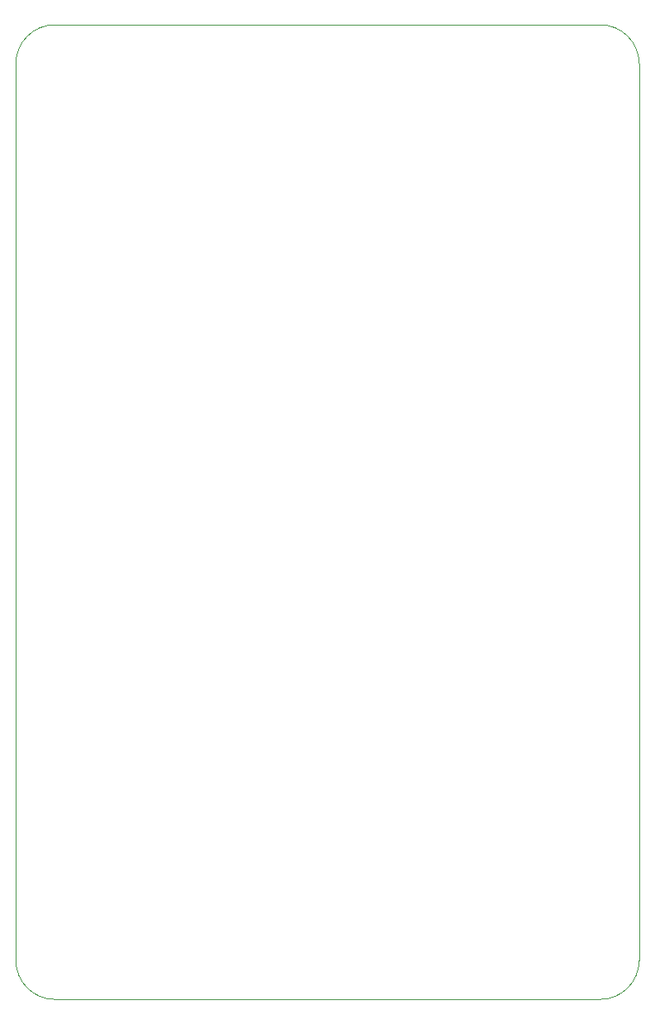
<source format=gbr>
%TF.GenerationSoftware,KiCad,Pcbnew,9.0.5*%
%TF.CreationDate,2025-10-04T12:42:16+02:00*%
%TF.ProjectId,elastick_adapter,656c6173-7469-4636-9b5f-616461707465,rev?*%
%TF.SameCoordinates,Original*%
%TF.FileFunction,Profile,NP*%
%FSLAX46Y46*%
G04 Gerber Fmt 4.6, Leading zero omitted, Abs format (unit mm)*
G04 Created by KiCad (PCBNEW 9.0.5) date 2025-10-04 12:42:16*
%MOMM*%
%LPD*%
G01*
G04 APERTURE LIST*
%TA.AperFunction,Profile*%
%ADD10C,0.050000*%
%TD*%
G04 APERTURE END LIST*
D10*
X169545000Y-157600000D02*
G75*
G02*
X165545000Y-161600000I-4000000J0D01*
G01*
X169545000Y-65600000D02*
X169545000Y-157600000D01*
X165545000Y-161600000D02*
X109570000Y-161600000D01*
X109570000Y-161600000D02*
G75*
G02*
X105570000Y-157600000I0J4000000D01*
G01*
X105570000Y-157600000D02*
X105570000Y-65600000D01*
X165545000Y-61600000D02*
G75*
G02*
X169545000Y-65600000I0J-4000000D01*
G01*
X109570000Y-61600000D02*
X165545000Y-61600000D01*
X105570000Y-65600000D02*
G75*
G02*
X109570000Y-61600000I4000000J0D01*
G01*
M02*

</source>
